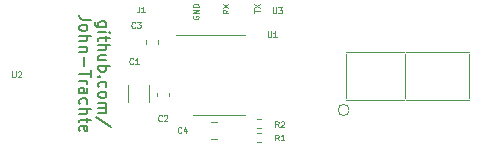
<source format=gbr>
%TF.GenerationSoftware,KiCad,Pcbnew,6.0.2+dfsg-1*%
%TF.CreationDate,2024-01-30T23:14:53-06:00*%
%TF.ProjectId,PCB,5043422e-6b69-4636-9164-5f7063625858,0.11*%
%TF.SameCoordinates,Original*%
%TF.FileFunction,Legend,Top*%
%TF.FilePolarity,Positive*%
%FSLAX46Y46*%
G04 Gerber Fmt 4.6, Leading zero omitted, Abs format (unit mm)*
G04 Created by KiCad (PCBNEW 6.0.2+dfsg-1) date 2024-01-30 23:14:53*
%MOMM*%
%LPD*%
G01*
G04 APERTURE LIST*
%ADD10C,0.125000*%
%ADD11C,0.150000*%
%ADD12C,0.120000*%
G04 APERTURE END LIST*
D10*
X152646190Y-88690952D02*
X152646190Y-88405238D01*
X153146190Y-88548095D02*
X152646190Y-88548095D01*
X152646190Y-88286190D02*
X153146190Y-87952857D01*
X152646190Y-87952857D02*
X153146190Y-88286190D01*
D11*
X140109285Y-89873809D02*
X139299761Y-89873809D01*
X139204523Y-89826190D01*
X139156904Y-89778571D01*
X139109285Y-89683333D01*
X139109285Y-89540476D01*
X139156904Y-89445238D01*
X139490238Y-89873809D02*
X139442619Y-89778571D01*
X139442619Y-89588095D01*
X139490238Y-89492857D01*
X139537857Y-89445238D01*
X139633095Y-89397619D01*
X139918809Y-89397619D01*
X140014047Y-89445238D01*
X140061666Y-89492857D01*
X140109285Y-89588095D01*
X140109285Y-89778571D01*
X140061666Y-89873809D01*
X139442619Y-90350000D02*
X140109285Y-90350000D01*
X140442619Y-90350000D02*
X140395000Y-90302380D01*
X140347380Y-90350000D01*
X140395000Y-90397619D01*
X140442619Y-90350000D01*
X140347380Y-90350000D01*
X140109285Y-90683333D02*
X140109285Y-91064285D01*
X140442619Y-90826190D02*
X139585476Y-90826190D01*
X139490238Y-90873809D01*
X139442619Y-90969047D01*
X139442619Y-91064285D01*
X139442619Y-91397619D02*
X140442619Y-91397619D01*
X139442619Y-91826190D02*
X139966428Y-91826190D01*
X140061666Y-91778571D01*
X140109285Y-91683333D01*
X140109285Y-91540476D01*
X140061666Y-91445238D01*
X140014047Y-91397619D01*
X140109285Y-92730952D02*
X139442619Y-92730952D01*
X140109285Y-92302380D02*
X139585476Y-92302380D01*
X139490238Y-92350000D01*
X139442619Y-92445238D01*
X139442619Y-92588095D01*
X139490238Y-92683333D01*
X139537857Y-92730952D01*
X139442619Y-93207142D02*
X140442619Y-93207142D01*
X140061666Y-93207142D02*
X140109285Y-93302380D01*
X140109285Y-93492857D01*
X140061666Y-93588095D01*
X140014047Y-93635714D01*
X139918809Y-93683333D01*
X139633095Y-93683333D01*
X139537857Y-93635714D01*
X139490238Y-93588095D01*
X139442619Y-93492857D01*
X139442619Y-93302380D01*
X139490238Y-93207142D01*
X139537857Y-94111904D02*
X139490238Y-94159523D01*
X139442619Y-94111904D01*
X139490238Y-94064285D01*
X139537857Y-94111904D01*
X139442619Y-94111904D01*
X139490238Y-95016666D02*
X139442619Y-94921428D01*
X139442619Y-94730952D01*
X139490238Y-94635714D01*
X139537857Y-94588095D01*
X139633095Y-94540476D01*
X139918809Y-94540476D01*
X140014047Y-94588095D01*
X140061666Y-94635714D01*
X140109285Y-94730952D01*
X140109285Y-94921428D01*
X140061666Y-95016666D01*
X139442619Y-95588095D02*
X139490238Y-95492857D01*
X139537857Y-95445238D01*
X139633095Y-95397619D01*
X139918809Y-95397619D01*
X140014047Y-95445238D01*
X140061666Y-95492857D01*
X140109285Y-95588095D01*
X140109285Y-95730952D01*
X140061666Y-95826190D01*
X140014047Y-95873809D01*
X139918809Y-95921428D01*
X139633095Y-95921428D01*
X139537857Y-95873809D01*
X139490238Y-95826190D01*
X139442619Y-95730952D01*
X139442619Y-95588095D01*
X139442619Y-96350000D02*
X140109285Y-96350000D01*
X140014047Y-96350000D02*
X140061666Y-96397619D01*
X140109285Y-96492857D01*
X140109285Y-96635714D01*
X140061666Y-96730952D01*
X139966428Y-96778571D01*
X139442619Y-96778571D01*
X139966428Y-96778571D02*
X140061666Y-96826190D01*
X140109285Y-96921428D01*
X140109285Y-97064285D01*
X140061666Y-97159523D01*
X139966428Y-97207142D01*
X139442619Y-97207142D01*
X140490238Y-98397619D02*
X139204523Y-97540476D01*
X138832619Y-89278571D02*
X138118333Y-89278571D01*
X137975476Y-89230952D01*
X137880238Y-89135714D01*
X137832619Y-88992857D01*
X137832619Y-88897619D01*
X137832619Y-89897619D02*
X137880238Y-89802380D01*
X137927857Y-89754761D01*
X138023095Y-89707142D01*
X138308809Y-89707142D01*
X138404047Y-89754761D01*
X138451666Y-89802380D01*
X138499285Y-89897619D01*
X138499285Y-90040476D01*
X138451666Y-90135714D01*
X138404047Y-90183333D01*
X138308809Y-90230952D01*
X138023095Y-90230952D01*
X137927857Y-90183333D01*
X137880238Y-90135714D01*
X137832619Y-90040476D01*
X137832619Y-89897619D01*
X137832619Y-90659523D02*
X138832619Y-90659523D01*
X137832619Y-91088095D02*
X138356428Y-91088095D01*
X138451666Y-91040476D01*
X138499285Y-90945238D01*
X138499285Y-90802380D01*
X138451666Y-90707142D01*
X138404047Y-90659523D01*
X138499285Y-91564285D02*
X137832619Y-91564285D01*
X138404047Y-91564285D02*
X138451666Y-91611904D01*
X138499285Y-91707142D01*
X138499285Y-91850000D01*
X138451666Y-91945238D01*
X138356428Y-91992857D01*
X137832619Y-91992857D01*
X138213571Y-92469047D02*
X138213571Y-93230952D01*
X138832619Y-93564285D02*
X138832619Y-94135714D01*
X137832619Y-93850000D02*
X138832619Y-93850000D01*
X137832619Y-94469047D02*
X138499285Y-94469047D01*
X138308809Y-94469047D02*
X138404047Y-94516666D01*
X138451666Y-94564285D01*
X138499285Y-94659523D01*
X138499285Y-94754761D01*
X137832619Y-95516666D02*
X138356428Y-95516666D01*
X138451666Y-95469047D01*
X138499285Y-95373809D01*
X138499285Y-95183333D01*
X138451666Y-95088095D01*
X137880238Y-95516666D02*
X137832619Y-95421428D01*
X137832619Y-95183333D01*
X137880238Y-95088095D01*
X137975476Y-95040476D01*
X138070714Y-95040476D01*
X138165952Y-95088095D01*
X138213571Y-95183333D01*
X138213571Y-95421428D01*
X138261190Y-95516666D01*
X137880238Y-96421428D02*
X137832619Y-96326190D01*
X137832619Y-96135714D01*
X137880238Y-96040476D01*
X137927857Y-95992857D01*
X138023095Y-95945238D01*
X138308809Y-95945238D01*
X138404047Y-95992857D01*
X138451666Y-96040476D01*
X138499285Y-96135714D01*
X138499285Y-96326190D01*
X138451666Y-96421428D01*
X137832619Y-96850000D02*
X138832619Y-96850000D01*
X137832619Y-97278571D02*
X138356428Y-97278571D01*
X138451666Y-97230952D01*
X138499285Y-97135714D01*
X138499285Y-96992857D01*
X138451666Y-96897619D01*
X138404047Y-96850000D01*
X138499285Y-97611904D02*
X138499285Y-97992857D01*
X138832619Y-97754761D02*
X137975476Y-97754761D01*
X137880238Y-97802380D01*
X137832619Y-97897619D01*
X137832619Y-97992857D01*
X137880238Y-98707142D02*
X137832619Y-98611904D01*
X137832619Y-98421428D01*
X137880238Y-98326190D01*
X137975476Y-98278571D01*
X138356428Y-98278571D01*
X138451666Y-98326190D01*
X138499285Y-98421428D01*
X138499285Y-98611904D01*
X138451666Y-98707142D01*
X138356428Y-98754761D01*
X138261190Y-98754761D01*
X138165952Y-98278571D01*
D10*
X147450000Y-88980952D02*
X147426190Y-89028571D01*
X147426190Y-89100000D01*
X147450000Y-89171428D01*
X147497619Y-89219047D01*
X147545238Y-89242857D01*
X147640476Y-89266666D01*
X147711904Y-89266666D01*
X147807142Y-89242857D01*
X147854761Y-89219047D01*
X147902380Y-89171428D01*
X147926190Y-89100000D01*
X147926190Y-89052380D01*
X147902380Y-88980952D01*
X147878571Y-88957142D01*
X147711904Y-88957142D01*
X147711904Y-89052380D01*
X147926190Y-88742857D02*
X147426190Y-88742857D01*
X147926190Y-88457142D01*
X147426190Y-88457142D01*
X147926190Y-88219047D02*
X147426190Y-88219047D01*
X147426190Y-88100000D01*
X147450000Y-88028571D01*
X147497619Y-87980952D01*
X147545238Y-87957142D01*
X147640476Y-87933333D01*
X147711904Y-87933333D01*
X147807142Y-87957142D01*
X147854761Y-87980952D01*
X147902380Y-88028571D01*
X147926190Y-88100000D01*
X147926190Y-88219047D01*
X150446190Y-88453333D02*
X150208095Y-88620000D01*
X150446190Y-88739047D02*
X149946190Y-88739047D01*
X149946190Y-88548571D01*
X149970000Y-88500952D01*
X149993809Y-88477142D01*
X150041428Y-88453333D01*
X150112857Y-88453333D01*
X150160476Y-88477142D01*
X150184285Y-88500952D01*
X150208095Y-88548571D01*
X150208095Y-88739047D01*
X149946190Y-88286666D02*
X150446190Y-87953333D01*
X149946190Y-87953333D02*
X150446190Y-88286666D01*
%TO.C,U2*%
X132139047Y-93656190D02*
X132139047Y-94060952D01*
X132162857Y-94108571D01*
X132186666Y-94132380D01*
X132234285Y-94156190D01*
X132329523Y-94156190D01*
X132377142Y-94132380D01*
X132400952Y-94108571D01*
X132424761Y-94060952D01*
X132424761Y-93656190D01*
X132639047Y-93703809D02*
X132662857Y-93680000D01*
X132710476Y-93656190D01*
X132829523Y-93656190D01*
X132877142Y-93680000D01*
X132900952Y-93703809D01*
X132924761Y-93751428D01*
X132924761Y-93799047D01*
X132900952Y-93870476D01*
X132615238Y-94156190D01*
X132924761Y-94156190D01*
%TO.C,U1*%
X153759047Y-90266190D02*
X153759047Y-90670952D01*
X153782857Y-90718571D01*
X153806666Y-90742380D01*
X153854285Y-90766190D01*
X153949523Y-90766190D01*
X153997142Y-90742380D01*
X154020952Y-90718571D01*
X154044761Y-90670952D01*
X154044761Y-90266190D01*
X154544761Y-90766190D02*
X154259047Y-90766190D01*
X154401904Y-90766190D02*
X154401904Y-90266190D01*
X154354285Y-90337619D01*
X154306666Y-90385238D01*
X154259047Y-90409047D01*
%TO.C,C2*%
X144806666Y-97828571D02*
X144782857Y-97852380D01*
X144711428Y-97876190D01*
X144663809Y-97876190D01*
X144592380Y-97852380D01*
X144544761Y-97804761D01*
X144520952Y-97757142D01*
X144497142Y-97661904D01*
X144497142Y-97590476D01*
X144520952Y-97495238D01*
X144544761Y-97447619D01*
X144592380Y-97400000D01*
X144663809Y-97376190D01*
X144711428Y-97376190D01*
X144782857Y-97400000D01*
X144806666Y-97423809D01*
X144997142Y-97423809D02*
X145020952Y-97400000D01*
X145068571Y-97376190D01*
X145187619Y-97376190D01*
X145235238Y-97400000D01*
X145259047Y-97423809D01*
X145282857Y-97471428D01*
X145282857Y-97519047D01*
X145259047Y-97590476D01*
X144973333Y-97876190D01*
X145282857Y-97876190D01*
%TO.C,C1*%
X142366666Y-92998571D02*
X142342857Y-93022380D01*
X142271428Y-93046190D01*
X142223809Y-93046190D01*
X142152380Y-93022380D01*
X142104761Y-92974761D01*
X142080952Y-92927142D01*
X142057142Y-92831904D01*
X142057142Y-92760476D01*
X142080952Y-92665238D01*
X142104761Y-92617619D01*
X142152380Y-92570000D01*
X142223809Y-92546190D01*
X142271428Y-92546190D01*
X142342857Y-92570000D01*
X142366666Y-92593809D01*
X142842857Y-93046190D02*
X142557142Y-93046190D01*
X142700000Y-93046190D02*
X142700000Y-92546190D01*
X142652380Y-92617619D01*
X142604761Y-92665238D01*
X142557142Y-92689047D01*
%TO.C,C4*%
X146456666Y-98828571D02*
X146432857Y-98852380D01*
X146361428Y-98876190D01*
X146313809Y-98876190D01*
X146242380Y-98852380D01*
X146194761Y-98804761D01*
X146170952Y-98757142D01*
X146147142Y-98661904D01*
X146147142Y-98590476D01*
X146170952Y-98495238D01*
X146194761Y-98447619D01*
X146242380Y-98400000D01*
X146313809Y-98376190D01*
X146361428Y-98376190D01*
X146432857Y-98400000D01*
X146456666Y-98423809D01*
X146885238Y-98542857D02*
X146885238Y-98876190D01*
X146766190Y-98352380D02*
X146647142Y-98709523D01*
X146956666Y-98709523D01*
%TO.C,R2*%
X154686666Y-98396190D02*
X154520000Y-98158095D01*
X154400952Y-98396190D02*
X154400952Y-97896190D01*
X154591428Y-97896190D01*
X154639047Y-97920000D01*
X154662857Y-97943809D01*
X154686666Y-97991428D01*
X154686666Y-98062857D01*
X154662857Y-98110476D01*
X154639047Y-98134285D01*
X154591428Y-98158095D01*
X154400952Y-98158095D01*
X154877142Y-97943809D02*
X154900952Y-97920000D01*
X154948571Y-97896190D01*
X155067619Y-97896190D01*
X155115238Y-97920000D01*
X155139047Y-97943809D01*
X155162857Y-97991428D01*
X155162857Y-98039047D01*
X155139047Y-98110476D01*
X154853333Y-98396190D01*
X155162857Y-98396190D01*
%TO.C,J1*%
X142863333Y-88176190D02*
X142863333Y-88533333D01*
X142839523Y-88604761D01*
X142791904Y-88652380D01*
X142720476Y-88676190D01*
X142672857Y-88676190D01*
X143363333Y-88676190D02*
X143077619Y-88676190D01*
X143220476Y-88676190D02*
X143220476Y-88176190D01*
X143172857Y-88247619D01*
X143125238Y-88295238D01*
X143077619Y-88319047D01*
%TO.C,U3*%
X154179047Y-88256190D02*
X154179047Y-88660952D01*
X154202857Y-88708571D01*
X154226666Y-88732380D01*
X154274285Y-88756190D01*
X154369523Y-88756190D01*
X154417142Y-88732380D01*
X154440952Y-88708571D01*
X154464761Y-88660952D01*
X154464761Y-88256190D01*
X154655238Y-88256190D02*
X154964761Y-88256190D01*
X154798095Y-88446666D01*
X154869523Y-88446666D01*
X154917142Y-88470476D01*
X154940952Y-88494285D01*
X154964761Y-88541904D01*
X154964761Y-88660952D01*
X154940952Y-88708571D01*
X154917142Y-88732380D01*
X154869523Y-88756190D01*
X154726666Y-88756190D01*
X154679047Y-88732380D01*
X154655238Y-88708571D01*
%TO.C,C3*%
X142526666Y-89948571D02*
X142502857Y-89972380D01*
X142431428Y-89996190D01*
X142383809Y-89996190D01*
X142312380Y-89972380D01*
X142264761Y-89924761D01*
X142240952Y-89877142D01*
X142217142Y-89781904D01*
X142217142Y-89710476D01*
X142240952Y-89615238D01*
X142264761Y-89567619D01*
X142312380Y-89520000D01*
X142383809Y-89496190D01*
X142431428Y-89496190D01*
X142502857Y-89520000D01*
X142526666Y-89543809D01*
X142693333Y-89496190D02*
X143002857Y-89496190D01*
X142836190Y-89686666D01*
X142907619Y-89686666D01*
X142955238Y-89710476D01*
X142979047Y-89734285D01*
X143002857Y-89781904D01*
X143002857Y-89900952D01*
X142979047Y-89948571D01*
X142955238Y-89972380D01*
X142907619Y-89996190D01*
X142764761Y-89996190D01*
X142717142Y-89972380D01*
X142693333Y-89948571D01*
%TO.C,R1*%
X154706666Y-99516190D02*
X154540000Y-99278095D01*
X154420952Y-99516190D02*
X154420952Y-99016190D01*
X154611428Y-99016190D01*
X154659047Y-99040000D01*
X154682857Y-99063809D01*
X154706666Y-99111428D01*
X154706666Y-99182857D01*
X154682857Y-99230476D01*
X154659047Y-99254285D01*
X154611428Y-99278095D01*
X154420952Y-99278095D01*
X155182857Y-99516190D02*
X154897142Y-99516190D01*
X155040000Y-99516190D02*
X155040000Y-99016190D01*
X154992380Y-99087619D01*
X154944761Y-99135238D01*
X154897142Y-99159047D01*
D12*
%TO.C,U1*%
X149610000Y-97345000D02*
X147410000Y-97345000D01*
X149610000Y-90575000D02*
X146010000Y-90575000D01*
X149610000Y-97345000D02*
X151810000Y-97345000D01*
X149610000Y-90575000D02*
X151810000Y-90575000D01*
%TO.C,C2*%
X145420000Y-95740580D02*
X145420000Y-95459420D01*
X144400000Y-95740580D02*
X144400000Y-95459420D01*
%TO.C,C1*%
X143740000Y-96281252D02*
X143740000Y-94858748D01*
X141920000Y-96281252D02*
X141920000Y-94858748D01*
%TO.C,C4*%
X148928748Y-97955000D02*
X149451252Y-97955000D01*
X148928748Y-99425000D02*
X149451252Y-99425000D01*
%TO.C,R2*%
X153183641Y-98480000D02*
X152876359Y-98480000D01*
X153183641Y-97720000D02*
X152876359Y-97720000D01*
%TO.C,U3*%
X160383800Y-92207200D02*
X160383800Y-95890200D01*
X170823200Y-96068000D02*
X165463800Y-96068000D01*
X165286000Y-92029400D02*
X160383800Y-92029400D01*
X165387600Y-92207200D02*
X165387600Y-95890200D01*
X170848600Y-92207200D02*
X170848600Y-95890200D01*
X170823200Y-92029400D02*
X165463800Y-92029400D01*
X165286000Y-96068000D02*
X160383800Y-96068000D01*
X160670000Y-96940000D02*
G75*
G03*
X160670000Y-96940000I-472467J0D01*
G01*
%TO.C,C3*%
X143440000Y-91320580D02*
X143440000Y-91039420D01*
X144460000Y-91320580D02*
X144460000Y-91039420D01*
%TO.C,R1*%
X153183641Y-99630000D02*
X152876359Y-99630000D01*
X153183641Y-98870000D02*
X152876359Y-98870000D01*
%TD*%
M02*

</source>
